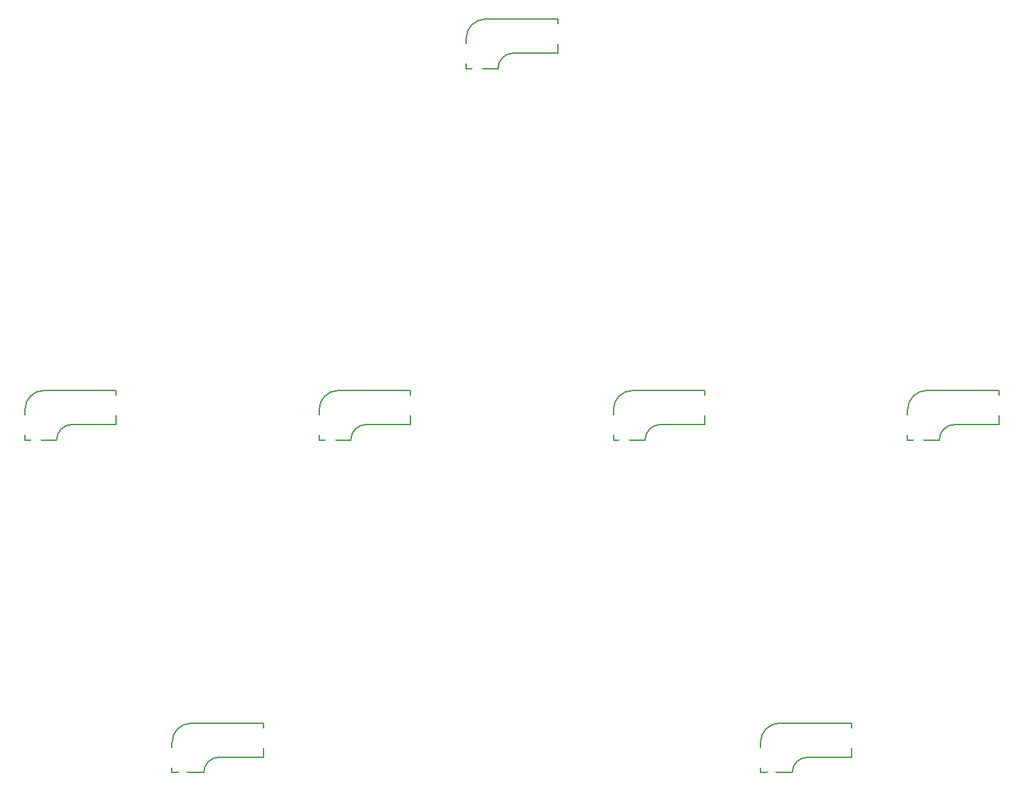
<source format=gbo>
G04 #@! TF.GenerationSoftware,KiCad,Pcbnew,7.0.8*
G04 #@! TF.CreationDate,2023-11-04T04:32:00-07:00*
G04 #@! TF.ProjectId,picovoltexv2,7069636f-766f-46c7-9465-7876322e6b69,rev?*
G04 #@! TF.SameCoordinates,Original*
G04 #@! TF.FileFunction,Legend,Bot*
G04 #@! TF.FilePolarity,Positive*
%FSLAX46Y46*%
G04 Gerber Fmt 4.6, Leading zero omitted, Abs format (unit mm)*
G04 Created by KiCad (PCBNEW 7.0.8) date 2023-11-04 04:32:00*
%MOMM*%
%LPD*%
G01*
G04 APERTURE LIST*
%ADD10C,0.127000*%
%ADD11C,3.200000*%
%ADD12C,1.800000*%
%ADD13C,4.350000*%
%ADD14C,1.750000*%
%ADD15C,3.000000*%
%ADD16C,3.987800*%
%ADD17R,2.550000X2.500000*%
%ADD18O,1.800000X1.800000*%
%ADD19O,1.500000X1.500000*%
%ADD20O,1.700000X1.700000*%
%ADD21R,1.700000X1.700000*%
G04 APERTURE END LIST*
D10*
X183900000Y-140020000D02*
X183900000Y-143920000D01*
X183900000Y-143920000D02*
X188000000Y-143920000D01*
X190000000Y-141920000D02*
X195700000Y-141920000D01*
X195700000Y-137520000D02*
X186400000Y-137520000D01*
X195700000Y-137520000D02*
X195700000Y-141920000D01*
X186400000Y-137520000D02*
G75*
G03*
X183900000Y-140020000I0J-2500000D01*
G01*
X190000000Y-141920000D02*
G75*
G03*
X188000000Y-143920000I-1J-1999999D01*
G01*
X164900000Y-97020000D02*
X164900000Y-100920000D01*
X164900000Y-100920000D02*
X169000000Y-100920000D01*
X171000000Y-98920000D02*
X176700000Y-98920000D01*
X176700000Y-94520000D02*
X167400000Y-94520000D01*
X176700000Y-94520000D02*
X176700000Y-98920000D01*
X167400000Y-94520000D02*
G75*
G03*
X164900000Y-97020000I0J-2500000D01*
G01*
X171000000Y-98920000D02*
G75*
G03*
X169000000Y-100920000I-1J-1999999D01*
G01*
X107900000Y-140020000D02*
X107900000Y-143920000D01*
X107900000Y-143920000D02*
X112000000Y-143920000D01*
X114000000Y-141920000D02*
X119700000Y-141920000D01*
X119700000Y-137520000D02*
X110400000Y-137520000D01*
X119700000Y-137520000D02*
X119700000Y-141920000D01*
X110400000Y-137520000D02*
G75*
G03*
X107900000Y-140020000I0J-2500000D01*
G01*
X114000000Y-141920000D02*
G75*
G03*
X112000000Y-143920000I-1J-1999999D01*
G01*
X145900000Y-49020000D02*
X145900000Y-52920000D01*
X145900000Y-52920000D02*
X150000000Y-52920000D01*
X152000000Y-50920000D02*
X157700000Y-50920000D01*
X157700000Y-46520000D02*
X148400000Y-46520000D01*
X157700000Y-46520000D02*
X157700000Y-50920000D01*
X148400000Y-46520000D02*
G75*
G03*
X145900000Y-49020000I0J-2500000D01*
G01*
X152000000Y-50920000D02*
G75*
G03*
X150000000Y-52920000I-1J-1999999D01*
G01*
X126900000Y-97020000D02*
X126900000Y-100920000D01*
X126900000Y-100920000D02*
X131000000Y-100920000D01*
X133000000Y-98920000D02*
X138700000Y-98920000D01*
X138700000Y-94520000D02*
X129400000Y-94520000D01*
X138700000Y-94520000D02*
X138700000Y-98920000D01*
X129400000Y-94520000D02*
G75*
G03*
X126900000Y-97020000I0J-2500000D01*
G01*
X133000000Y-98920000D02*
G75*
G03*
X131000000Y-100920000I-1J-1999999D01*
G01*
X202900000Y-97020000D02*
X202900000Y-100920000D01*
X202900000Y-100920000D02*
X207000000Y-100920000D01*
X209000000Y-98920000D02*
X214700000Y-98920000D01*
X214700000Y-94520000D02*
X205400000Y-94520000D01*
X214700000Y-94520000D02*
X214700000Y-98920000D01*
X205400000Y-94520000D02*
G75*
G03*
X202900000Y-97020000I0J-2500000D01*
G01*
X209000000Y-98920000D02*
G75*
G03*
X207000000Y-100920000I-1J-1999999D01*
G01*
X88900000Y-97020000D02*
X88900000Y-100920000D01*
X88900000Y-100920000D02*
X93000000Y-100920000D01*
X95000000Y-98920000D02*
X100700000Y-98920000D01*
X100700000Y-94520000D02*
X91400000Y-94520000D01*
X100700000Y-94520000D02*
X100700000Y-98920000D01*
X91400000Y-94520000D02*
G75*
G03*
X88900000Y-97020000I0J-2500000D01*
G01*
X95000000Y-98920000D02*
G75*
G03*
X93000000Y-100920000I-1J-1999999D01*
G01*
%LPC*%
D11*
X47900000Y-44520000D03*
D12*
X56900000Y-69320000D03*
X61900000Y-69320000D03*
X66900000Y-69320000D03*
D13*
X54950000Y-58820000D03*
X68850000Y-58820000D03*
D14*
X185320000Y-144520000D03*
D15*
X186590000Y-141980000D03*
D16*
X190400000Y-144520000D03*
D15*
X192940000Y-139440000D03*
D14*
X195480000Y-144520000D03*
D17*
X183315000Y-141980000D03*
X196242000Y-139440000D03*
D12*
X237900000Y-69320000D03*
X242900000Y-69320000D03*
X247900000Y-69320000D03*
D13*
X235950000Y-58820000D03*
X249850000Y-58820000D03*
D14*
X166320000Y-101520000D03*
D15*
X167590000Y-98980000D03*
D16*
X171400000Y-101520000D03*
D15*
X173940000Y-96440000D03*
D14*
X176480000Y-101520000D03*
D17*
X164315000Y-98980000D03*
X177242000Y-96440000D03*
D14*
X109320000Y-144520000D03*
D15*
X110590000Y-141980000D03*
D16*
X114400000Y-144520000D03*
D15*
X116940000Y-139440000D03*
D14*
X119480000Y-144520000D03*
D17*
X107315000Y-141980000D03*
X120242000Y-139440000D03*
D11*
X47900000Y-148520000D03*
D18*
X100175000Y-38575000D03*
D19*
X100475000Y-41605000D03*
X105325000Y-41605000D03*
D18*
X105625000Y-38575000D03*
D20*
X94010000Y-38445000D03*
X94010000Y-40985000D03*
D21*
X94010000Y-43525000D03*
D20*
X94010000Y-46065000D03*
X94010000Y-48605000D03*
X94010000Y-51145000D03*
X94010000Y-53685000D03*
D21*
X94010000Y-56225000D03*
D20*
X94010000Y-58765000D03*
X94010000Y-61305000D03*
X94010000Y-63845000D03*
X94010000Y-66385000D03*
D21*
X94010000Y-68925000D03*
D20*
X94010000Y-71465000D03*
X94010000Y-74005000D03*
X94010000Y-76545000D03*
X94010000Y-79085000D03*
D21*
X94010000Y-81625000D03*
D20*
X94010000Y-84165000D03*
X94010000Y-86705000D03*
X111790000Y-86705000D03*
X111790000Y-84165000D03*
D21*
X111790000Y-81625000D03*
D20*
X111790000Y-79085000D03*
X111790000Y-76545000D03*
X111790000Y-74005000D03*
X111790000Y-71465000D03*
D21*
X111790000Y-68925000D03*
D20*
X111790000Y-66385000D03*
X111790000Y-63845000D03*
X111790000Y-61305000D03*
X111790000Y-58765000D03*
D21*
X111790000Y-56225000D03*
D20*
X111790000Y-53685000D03*
X111790000Y-51145000D03*
X111790000Y-48605000D03*
X111790000Y-46065000D03*
D21*
X111790000Y-43525000D03*
D20*
X111790000Y-40985000D03*
X111790000Y-38445000D03*
X100360000Y-86475000D03*
D21*
X102900000Y-86475000D03*
D20*
X105440000Y-86475000D03*
D14*
X147320000Y-53520000D03*
D15*
X148590000Y-50980000D03*
D16*
X152400000Y-53520000D03*
D15*
X154940000Y-48440000D03*
D14*
X157480000Y-53520000D03*
D17*
X145315000Y-50980000D03*
X158242000Y-48440000D03*
D11*
X256900000Y-148520000D03*
X256900000Y-44520000D03*
D14*
X128320000Y-101520000D03*
D15*
X129590000Y-98980000D03*
D16*
X133400000Y-101520000D03*
D15*
X135940000Y-96440000D03*
D14*
X138480000Y-101520000D03*
D17*
X126315000Y-98980000D03*
X139242000Y-96440000D03*
D14*
X204320000Y-101520000D03*
D15*
X205590000Y-98980000D03*
D16*
X209400000Y-101520000D03*
D15*
X211940000Y-96440000D03*
D14*
X214480000Y-101520000D03*
D17*
X202315000Y-98980000D03*
X215242000Y-96440000D03*
D14*
X90320000Y-101520000D03*
D15*
X91590000Y-98980000D03*
D16*
X95400000Y-101520000D03*
D15*
X97940000Y-96440000D03*
D14*
X100480000Y-101520000D03*
D17*
X88315000Y-98980000D03*
X101242000Y-96440000D03*
%LPD*%
M02*

</source>
